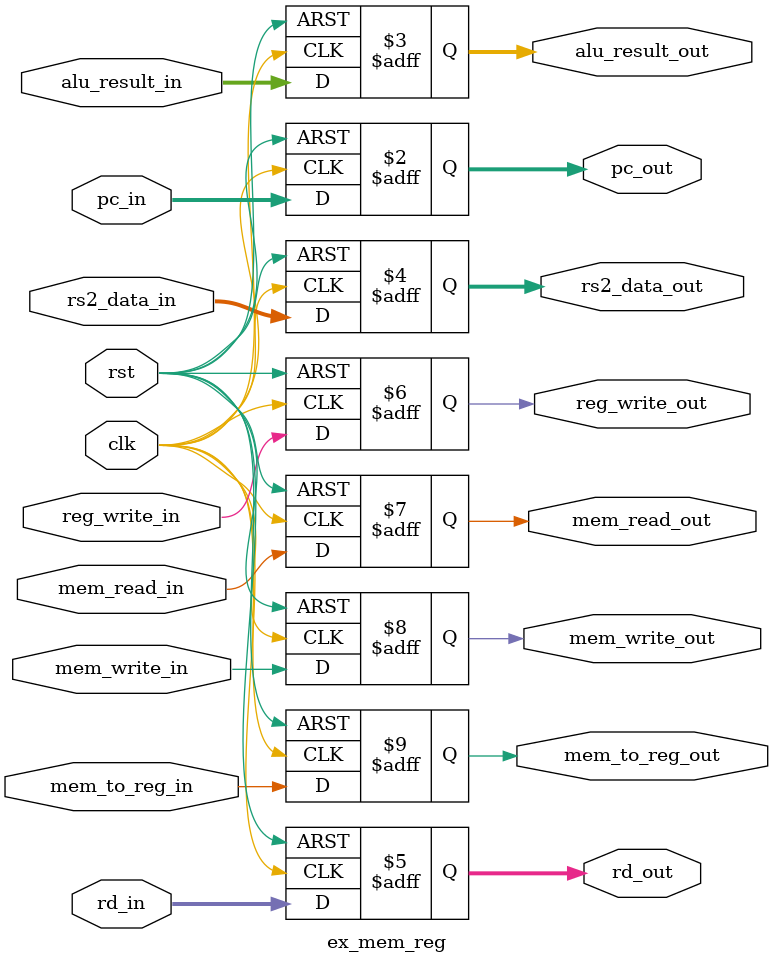
<source format=v>
`timescale 1ns / 1ps


module ex_mem_reg (
    input  wire        clk,
    input  wire        rst,
    input  wire [31:0] pc_in,
    input  wire [31:0] alu_result_in,
    input  wire [31:0] rs2_data_in,
    input  wire [4:0]  rd_in,
    input  wire        reg_write_in,
    input  wire        mem_read_in,
    input  wire        mem_write_in,
    input  wire        mem_to_reg_in,
    output reg  [31:0] pc_out,
    output reg  [31:0] alu_result_out,
    output reg  [31:0] rs2_data_out,
    output reg  [4:0]  rd_out,
    output reg         reg_write_out,
    output reg         mem_read_out,
    output reg         mem_write_out,
    output reg         mem_to_reg_out
);
    always @(posedge clk or posedge rst) begin
        if (rst) begin
            pc_out         <= 32'b0;
            alu_result_out <= 32'b0;
            rs2_data_out   <= 32'b0;
            rd_out         <= 5'b0;
            reg_write_out  <= 1'b0;
            mem_read_out   <= 1'b0;
            mem_write_out  <= 1'b0;
            mem_to_reg_out <= 1'b0;
        end else begin
            pc_out         <= pc_in;
            alu_result_out <= alu_result_in;
            rs2_data_out   <= rs2_data_in;
            rd_out         <= rd_in;
            reg_write_out  <= reg_write_in;
            mem_read_out   <= mem_read_in;
            mem_write_out  <= mem_write_in;
            mem_to_reg_out <= mem_to_reg_in;
        end
    end
endmodule

</source>
